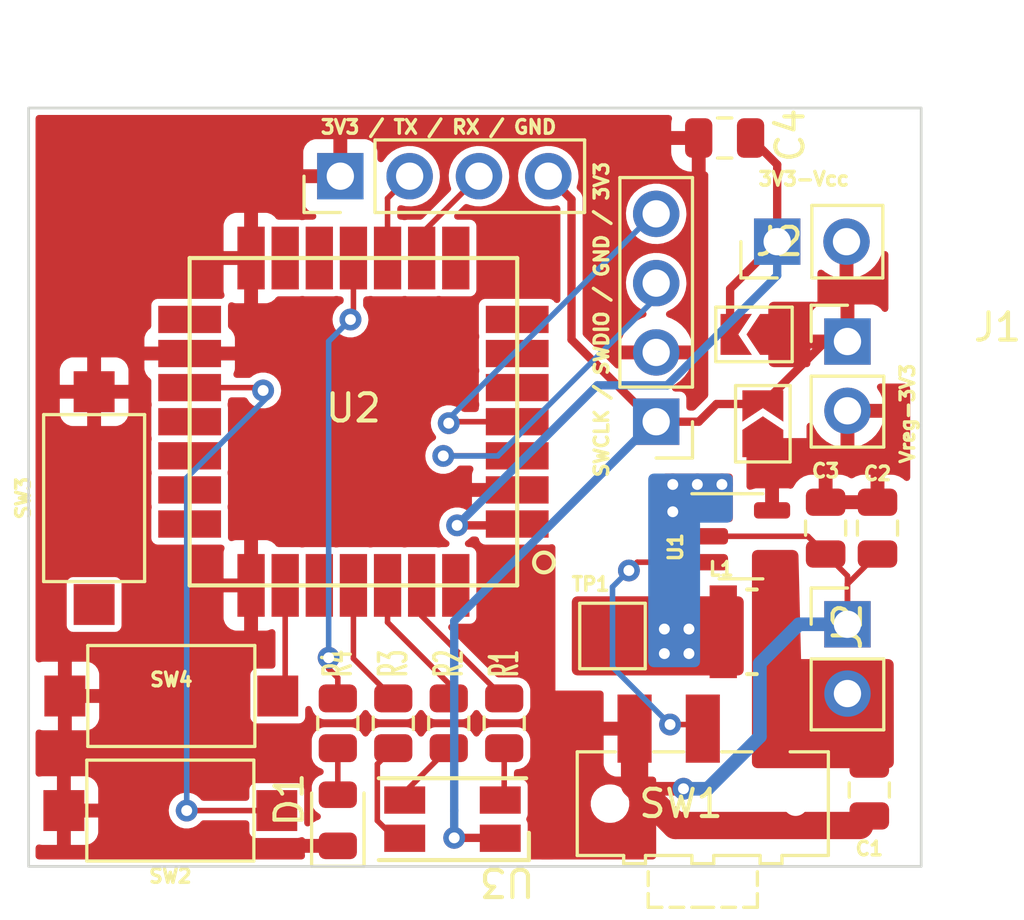
<source format=kicad_pcb>
(kicad_pcb (version 20211014) (generator pcbnew)
  (layers (0 "F.Cu" signal) (31 "B.Cu" signal) (34 "B.Paste" user) (35 "F.Paste" user) (36 "B.SilkS" user "B.Silkscreen") (37 "F.SilkS" user "F.Silkscreen") (38 "B.Mask" user) (39 "F.Mask" user) (44 "Edge.Cuts" user))
  (net 0 "")
  (net 1 "+3V3")
  (net 2 "+BATT")
  (net 3 "/vreg_lx")
  (net 4 "/vreg_en")
  (net 5 "/vreg_out")
  (net 6 "GND")
  (net 7 "Vcc")
  (net 8 "TX{slash}PB6")
  (net 9 "RX{slash}PB7")
  (net 10 "SWDIO{slash}PA13")
  (net 11 "SWCLK{slash}PA14")
  (net 12 "PB15{slash}SCL")
  (net 13 "PA15{slash}SDA")
  (net 15 "LED_STATUS")
  (net 20 "RST")
  (net 21 "RFIO")
  (net 25 "LED_B")
  (net 26 "BOOT{slash}PB13")
  (net 27 "PA0{slash}BUTTON")
  (net 28 "LED_G")
  (net 29 "LED_R")
  (net 31 "Net-(D1-Pad2)")
  (net 32 "Net-(R3-Pad2)")
  (net 33 "Net-(R1-Pad2)")
  (net 34 "Net-(R2-Pad2)")
  (footprint "LED_SMD:LED_0805_2012Metric" (layer "F.Cu") (at 158.736 112.756 90)
    (fp_text reference "D1" (at 0.762 -1.778 90) (layer "F.SilkS"))
    (fp_text value "LED")
    (fp_line (start 1 -0.96) (end -1.685 -0.96) (layer "F.SilkS") (width 0.12))
    (fp_line (start -1.685 0.96) (end 1 0.96) (layer "F.SilkS") (width 0.12))
    (fp_line (start -1.685 -0.96) (end -1.685 0.96) (layer "F.SilkS") (width 0.12))
    (pad "1" smd roundrect (at -0.9375 0 90) (size 0.975 1.4) (layers "F.Cu" "F.Paste" "F.Mask") (net 6 "GND"))
    (pad "2" smd roundrect (at 0.9375 0 90) (size 0.975 1.4) (layers "F.Cu" "F.Paste" "F.Mask") (net 31 "Net-(D1-Pad2)"))
  )
  (footprint "LoRa-E5:LoRa-E5" (layer "F.Cu") (at 159.308 98.146 180)
    (fp_text reference "U2" (at 0 0.5) (layer "F.SilkS"))
    (fp_text value "LoRa-E5")
    (fp_line (start -6 -6) (end 6 -6) (layer "F.SilkS") (width 0.15))
    (fp_line (start -6 6) (end -6 -6) (layer "F.SilkS") (width 0.15))
    (fp_line (start 6 6) (end -6 6) (layer "F.SilkS") (width 0.15))
    (fp_line (start 6 -6) (end 6 6) (layer "F.SilkS") (width 0.15))
    (fp_circle (center -6.98 -5.16) (end -6.66 -4.99) (layer "F.SilkS") (width 0.15) (fill none))
    (pad "1" smd rect locked (at -6 -3.75 270) (size 1 2.3) (layers "F.Cu" "F.Paste" "F.Mask") (net 7 "Vcc"))
    (pad "2" smd rect locked (at -6 -2.5 270) (size 1 2.3) (layers "F.Cu" "F.Paste" "F.Mask") (net 6 "GND"))
    (pad "3" smd rect locked (at -6 -1.25 270) (size 1 2.3) (layers "F.Cu" "F.Paste" "F.Mask") (net 10 "SWDIO{slash}PA13"))
    (pad "4" smd rect locked (at -6 0 270) (size 1 2.3) (layers "F.Cu" "F.Paste" "F.Mask") (net 11 "SWCLK{slash}PA14"))
    (pad "5" smd rect locked (at -6 1.25 270) (size 1 2.3) (layers "F.Cu" "F.Paste" "F.Mask") (net 12 "PB15{slash}SCL"))
    (pad "6" smd rect locked (at -6 2.5 270) (size 1 2.3) (layers "F.Cu" "F.Paste" "F.Mask") (net 13 "PA15{slash}SDA"))
    (pad "7" smd rect locked (at -6 3.75 270) (size 1 2.3) (layers "F.Cu" "F.Paste" "F.Mask"))
    (pad "8" smd rect locked (at -3.75 6) (size 1 2.3) (layers "F.Cu" "F.Paste" "F.Mask"))
    (pad "9" smd rect locked (at -2.5 6) (size 1 2.3) (layers "F.Cu" "F.Paste" "F.Mask") (net 9 "RX{slash}PB7"))
    (pad "10" smd rect locked (at -1.25 6) (size 1 2.3) (layers "F.Cu" "F.Paste" "F.Mask") (net 8 "TX{slash}PB6"))
    (pad "11" smd rect locked (at 0 6) (size 1 2.3) (layers "F.Cu" "F.Paste" "F.Mask") (net 15 "LED_STATUS"))
    (pad "12" smd rect locked (at 1.25 6) (size 1 2.3) (layers "F.Cu" "F.Paste" "F.Mask"))
    (pad "13" smd rect locked (at 2.5 6) (size 1 2.3) (layers "F.Cu" "F.Paste" "F.Mask"))
    (pad "14" smd rect locked (at 3.75 6) (size 1 2.3) (layers "F.Cu" "F.Paste" "F.Mask") (net 6 "GND"))
    (pad "15" smd rect locked (at 6 3.75 90) (size 1 2.3) (layers "F.Cu" "F.Paste" "F.Mask") (net 21 "RFIO"))
    (pad "16" smd rect locked (at 6 2.5 90) (size 1 2.3) (layers "F.Cu" "F.Paste" "F.Mask") (net 6 "GND"))
    (pad "17" smd rect locked (at 6 1.25 90) (size 1 2.3) (layers "F.Cu" "F.Paste" "F.Mask") (net 20 "RST"))
    (pad "18" smd rect locked (at 6 0 90) (size 1 2.3) (layers "F.Cu" "F.Paste" "F.Mask"))
    (pad "19" smd rect locked (at 6 -1.25 90) (size 1 2.3) (layers "F.Cu" "F.Paste" "F.Mask"))
    (pad "20" smd rect locked (at 6 -2.5 90) (size 1 2.3) (layers "F.Cu" "F.Paste" "F.Mask"))
    (pad "21" smd rect locked (at 6 -3.75 90) (size 1 2.3) (layers "F.Cu" "F.Paste" "F.Mask"))
    (pad "22" smd rect locked (at 3.75 -6 180) (size 1 2.3) (layers "F.Cu" "F.Paste" "F.Mask") (net 6 "GND"))
    (pad "23" smd rect locked (at 2.5 -6 180) (size 1 2.3) (layers "F.Cu" "F.Paste" "F.Mask") (net 27 "PA0{slash}BUTTON"))
    (pad "24" smd rect locked (at 1.25 -6 180) (size 1 2.3) (layers "F.Cu" "F.Paste" "F.Mask") (net 26 "BOOT{slash}PB13"))
    (pad "25" smd rect locked (at 0 -6 180) (size 1 2.3) (layers "F.Cu" "F.Paste" "F.Mask") (net 25 "LED_B"))
    (pad "26" smd rect locked (at -1.25 -6 180) (size 1 2.3) (layers "F.Cu" "F.Paste" "F.Mask") (net 28 "LED_G"))
    (pad "27" smd rect locked (at -2.5 -6 180) (size 1 2.3) (layers "F.Cu" "F.Paste" "F.Mask") (net 29 "LED_R"))
    (pad "28" smd rect locked (at -3.75 -6 180) (size 1 2.3) (layers "F.Cu" "F.Paste" "F.Mask"))
  )
  (footprint "Connector_PinHeader_2.54mm:PinHeader_1x02_P2.54mm_Vertical" (layer "F.Cu") (at 177.408 105.571)
    (fp_text reference "J2" (at 0 0.075 90) (layer "F.SilkS"))
    (fp_text value "CPU_jmp")
    (fp_line (start 1.33 1.27) (end 1.33 3.87) (layer "F.SilkS") (width 0.12))
    (fp_line (start -1.33 1.27) (end 1.33 1.27) (layer "F.SilkS") (width 0.12))
    (fp_line (start -1.33 -1.33) (end 0 -1.33) (layer "F.SilkS") (width 0.12))
    (fp_line (start -1.33 1.27) (end -1.33 3.87) (layer "F.SilkS") (width 0.12))
    (fp_line (start -1.33 3.87) (end 1.33 3.87) (layer "F.SilkS") (width 0.12))
    (fp_line (start -1.33 0) (end -1.33 -1.33) (layer "F.SilkS") (width 0.12))
    (pad "1" thru_hole rect (at 0 0) (size 1.7 1.7) (drill 1) (layers *.Cu *.Mask) (net 6 "GND"))
    (pad "2" thru_hole oval (at 0 2.54) (size 1.7 1.7) (drill 1) (layers *.Cu *.Mask) (net 2 "+BATT"))
  )
  (footprint "TDK_VLS3012HBX:TDK-VLS3012HBX-0-0-MFG" (layer "F.Cu") (at 173.908 105.846 180)
    (fp_text reference "L1" (at 0.6 2.3) (layer "F.SilkS") (effects (font (size 0.5 0.5) (thickness 0.125)) (justify right)))
    (fp_text value "2.2uH" hide)
    (fp_line (start -0.175 1.55) (end 0.175 1.55) (layer "F.SilkS") (width 0.15))
    (fp_line (start -0.175 -1.55) (end 0.175 -1.55) (layer "F.SilkS") (width 0.15))
    (pad "1" smd rect (at -1.05 0 180) (size 1 3.4) (layers "F.Cu" "F.Paste" "F.Mask") (net 2 "+BATT"))
    (pad "2" smd rect (at 1.05 0 180) (size 1 3.4) (layers "F.Cu" "F.Paste" "F.Mask") (net 3 "/vreg_lx"))
  )
  (footprint "Resistor_SMD:R_0805_2012Metric" (layer "F.Cu") (at 164.832 109.2 -90)
    (fp_text reference "R1" (at -2.1875 0 90) (layer "F.SilkS") (effects (font (size 1 0.5) (thickness 0.125))))
    (fp_text value "R_Small_US")
    (fp_line (start -0.227064 -0.735) (end 0.227064 -0.735) (layer "F.SilkS") (width 0.12))
    (fp_line (start -0.227064 0.735) (end 0.227064 0.735) (layer "F.SilkS") (width 0.12))
    (pad "1" smd roundrect (at -0.9125 0 270) (size 1.025 1.4) (layers "F.Cu" "F.Paste" "F.Mask") (roundrect_rratio 0.243902) (net 29 "LED_R"))
    (pad "2" smd roundrect (at 0.9125 0 270) (size 1.025 1.4) (layers "F.Cu" "F.Paste" "F.Mask") (roundrect_rratio 0.243902) (net 33 "Net-(R1-Pad2)"))
  )
  (footprint "Capacitor_SMD:C_0805_2012Metric" (layer "F.Cu") (at 178.208 111.646 -90)
    (fp_text reference "C1" (at 2.15 0) (layer "F.SilkS") (effects (font (size 0.5 0.5) (thickness 0.125))))
    (fp_text value "10u")
    (fp_line (start -0.261252 0.735) (end 0.261252 0.735) (layer "F.SilkS") (width 0.12))
    (fp_line (start -0.261252 -0.735) (end 0.261252 -0.735) (layer "F.SilkS") (width 0.12))
    (pad "1" smd roundrect (at -0.95 0 270) (size 1 1.45) (layers "F.Cu" "F.Paste" "F.Mask") (net 2 "+BATT"))
    (pad "2" smd roundrect (at 0.95 0 270) (size 1 1.45) (layers "F.Cu" "F.Paste" "F.Mask") (net 6 "GND"))
  )
  (footprint "Connector_PinHeader_2.54mm:PinHeader_1x02_P2.54mm_Vertical" (layer "F.Cu") (at 177.408 95.206)
    (fp_text reference "J1" (at 5.5 -0.525) (layer "F.SilkS"))
    (fp_text value "Pwr_jmp")
    (fp_line (start -1.33 1.27) (end -1.33 3.87) (layer "F.SilkS") (width 0.12))
    (fp_line (start 1.33 1.27) (end 1.33 3.87) (layer "F.SilkS") (width 0.12))
    (fp_line (start -1.33 0) (end -1.33 -1.33) (layer "F.SilkS") (width 0.12))
    (fp_line (start -1.33 3.87) (end 1.33 3.87) (layer "F.SilkS") (width 0.12))
    (fp_line (start -1.33 1.27) (end 1.33 1.27) (layer "F.SilkS") (width 0.12))
    (fp_line (start -1.33 -1.33) (end 0 -1.33) (layer "F.SilkS") (width 0.12))
    (pad "1" thru_hole rect (at 0 0) (size 1.7 1.7) (drill 1) (layers *.Cu *.Mask) (net 1 "+3V3"))
    (pad "2" thru_hole oval (at 0 2.54) (size 1.7 1.7) (drill 1) (layers *.Cu *.Mask) (net 5 "/vreg_out"))
  )
  (footprint "Button_Switch_SMD:SW_SPST_CK_RS282G05A3" (layer "F.Cu") (at 149.808 100.946 90)
    (fp_text reference "SW3" (at 0 -2.6 90) (layer "F.SilkS") (effects (font (size 0.5 0.5) (thickness 0.125))))
    (fp_text value "SW_SPST")
    (fp_line (start 3.06 -1.85) (end 3.06 1.85) (layer "F.SilkS") (width 0.12))
    (fp_line (start -3.06 -1.85) (end 3.06 -1.85) (layer "F.SilkS") (width 0.12))
    (fp_line (start -3.06 1.85) (end -3.06 -1.85) (layer "F.SilkS") (width 0.12))
    (fp_line (start 3.06 1.85) (end -3.06 1.85) (layer "F.SilkS") (width 0.12))
    (pad "1" smd rect (at -3.9 0 90) (size 1.5 1.5) (layers "F.Cu" "F.Paste" "F.Mask") (net 26 "BOOT{slash}PB13"))
    (pad "2" smd rect (at 3.9 0 90) (size 1.5 1.5) (layers "F.Cu" "F.Paste" "F.Mask") (net 6 "GND"))
  )
  (footprint "Capacitor_SMD:C_0805_2012Metric" (layer "F.Cu") (at 172.908 87.746 180)
    (fp_text reference "C4" (at -2.4 0.1 90) (layer "F.SilkS"))
    (fp_text value "C_Small")
    (fp_line (start -0.261252 0.735) (end 0.261252 0.735) (layer "F.SilkS") (width 0.12))
    (fp_line (start -0.261252 -0.735) (end 0.261252 -0.735) (layer "F.SilkS") (width 0.12))
    (pad "1" smd roundrect (at -0.95 0 180) (size 1 1.45) (layers "F.Cu" "F.Paste" "F.Mask") (net 7 "Vcc"))
    (pad "2" smd roundrect (at 0.95 0 180) (size 1 1.45) (layers "F.Cu" "F.Paste" "F.Mask") (net 6 "GND"))
  )
  (footprint "Connector_PinHeader_2.54mm:PinHeader_1x04_P2.54mm_Vertical" (layer "F.Cu") (at 158.828 89.146 90)
    (fp_text reference "3V3 / TX / RX / GND" (at 1.8 3.6) (layer "F.SilkS") (effects (font (size 0.5 0.5) (thickness 0.125))))
    (fp_text value "Serial Header")
    (fp_line (start -1.33 8.95) (end 1.33 8.95) (layer "F.SilkS") (width 0.12))
    (fp_line (start -1.33 -1.33) (end 0 -1.33) (layer "F.SilkS") (width 0.12))
    (fp_line (start 1.33 1.27) (end 1.33 8.95) (layer "F.SilkS") (width 0.12))
    (fp_line (start -1.33 1.27) (end -1.33 8.95) (layer "F.SilkS") (width 0.12))
    (fp_line (start -1.33 1.27) (end 1.33 1.27) (layer "F.SilkS") (width 0.12))
    (fp_line (start -1.33 0) (end -1.33 -1.33) (layer "F.SilkS") (width 0.12))
    (pad "1" thru_hole rect (at 0 0 90) (size 1.7 1.7) (drill 1) (layers *.Cu *.Mask) (net 6 "GND"))
    (pad "2" thru_hole oval (at 0 2.54 90) (size 1.7 1.7) (drill 1) (layers *.Cu *.Mask) (net 8 "TX{slash}PB6"))
    (pad "3" thru_hole oval (at 0 5.08 90) (size 1.7 1.7) (drill 1) (layers *.Cu *.Mask) (net 9 "RX{slash}PB7"))
    (pad "4" thru_hole oval (at 0 7.62 90) (size 1.7 1.7) (drill 1) (layers *.Cu *.Mask) (net 1 "+3V3"))
  )
  (footprint "Resistor_SMD:R_0805_2012Metric" (layer "F.Cu") (at 160.768 109.2 -90)
    (fp_text reference "R3" (at -2.1875 0 90) (layer "F.SilkS") (effects (font (size 1 0.5) (thickness 0.125))))
    (fp_text value "R_Small_US")
    (fp_line (start -0.227064 0.735) (end 0.227064 0.735) (layer "F.SilkS") (width 0.12))
    (fp_line (start -0.227064 -0.735) (end 0.227064 -0.735) (layer "F.SilkS") (width 0.12))
    (pad "1" smd roundrect (at -0.9125 0 270) (size 1.025 1.4) (layers "F.Cu" "F.Paste" "F.Mask") (roundrect_rratio 0.243902) (net 25 "LED_B"))
    (pad "2" smd roundrect (at 0.9125 0 270) (size 1.025 1.4) (layers "F.Cu" "F.Paste" "F.Mask") (roundrect_rratio 0.243902) (net 32 "Net-(R3-Pad2)"))
  )
  (footprint "Jumper:SolderJumper-2_P1.3mm_Open_TrianglePad1.0x1.5mm" (layer "F.Cu") (at 174.308 98.221 90)
    (fp_text reference "Vreg-3V3" (at 0.375 5.3 270) (layer "F.SilkS") (effects (font (size 0.5 0.5) (thickness 0.125))))
    (fp_text value "Pwr_jmp")
    (fp_line (start 1.4 1) (end -1.4 1) (layer "F.SilkS") (width 0.12))
    (fp_line (start 1.4 -1) (end 1.4 1) (layer "F.SilkS") (width 0.12))
    (fp_line (start -1.4 1) (end -1.4 -1) (layer "F.SilkS") (width 0.12))
    (fp_line (start -1.4 -1) (end 1.4 -1) (layer "F.SilkS") (width 0.12))
    (pad "1" smd custom (at -0.725 0 90) (size 0.3 0.3) (layers "F.Cu" "F.Mask") (net 5 "/vreg_out") (options (clearance outline) (anchor rect)) (primitives (gr_poly (pts (xy 1 0) (xy 0.5 0.75) (xy -0.5 0.75) (xy -0.5 -0.75) (xy 0.5 -0.75)) (width 0) (fill yes))))
    (pad "2" smd custom (at 0.725 0 90) (size 0.3 0.3) (layers "F.Cu" "F.Mask") (net 1 "+3V3") (options (clearance outline) (anchor rect)) (primitives (gr_poly (pts (xy 0.5 0.75) (xy -0.65 0.75) (xy -0.15 0) (xy -0.65 -0.75) (xy 0.5 -0.75)) (width 0) (fill yes))))
  )
  (footprint "RGB_LED:IN-S128TATRGB" (layer "F.Cu") (at 165.8875 114.3647 180)
    (fp_text reference "U3" (at -0.1524 -0.6604 180 unlocked) (layer "F.SilkS") (effects (justify left)))
    (fp_text value "IN-S128TATRGB")
    (fp_line (start 5.65 0.15) (end 0.15 0.15) (layer "F.SilkS") (width 0.15))
    (fp_line (start 0.15 1.15) (end 0.15 0.15) (layer "F.SilkS") (width 0.15))
    (fp_line (start 5.65 3.15) (end 0.25 3.15) (layer "F.SilkS") (width 0.15))
    (pad "1" smd rect (at 1.2 0.95) (size 1.5 1) (layers "F.Cu" "F.Paste" "F.Mask") (net 1 "+3V3"))
    (pad "2" smd rect (at 4.7 0.95) (size 1.5 1) (layers "F.Cu" "F.Paste" "F.Mask") (net 32 "Net-(R3-Pad2)"))
    (pad "3" smd rect (at 1.2 2.35) (size 1.5 1) (layers "F.Cu" "F.Paste" "F.Mask") (net 33 "Net-(R1-Pad2)"))
    (pad "4" smd rect (at 4.7 2.35) (size 1.5 1) (layers "F.Cu" "F.Paste" "F.Mask") (net 34 "Net-(R2-Pad2)"))
  )
  (footprint "Button_Switch_SMD:SW_SPDT_CK-JS102011SAQN" (layer "F.Cu") (at 172.108 112.146)
    (fp_text reference "SW1" (at -0.8 0) (layer "F.SilkS"))
    (fp_text value "SW_SPDT")
    (fp_line (start 3.2 -1.9) (end 4.6 -1.9) (layer "F.SilkS") (width 0.12))
    (fp_line (start 0.7 -1.9) (end 0.7 -1.9) (layer "F.SilkS") (width 0.12))
    (fp_line (start -2.9 1.9) (end -4.6 1.9) (layer "F.SilkS") (width 0.12))
    (fp_line (start 4.6 -1.9) (end 4.6 1.9) (layer "F.SilkS") (width 0.12))
    (fp_line (start -0.4 3.8) (end -0.4 3.8) (layer "F.SilkS") (width 0.12))
    (fp_line (start -0.4 2.2) (end -0.4 1.9) (layer "F.SilkS") (width 0.12))
    (fp_line (start 0.7 3.8) (end 0.7 3.8) (layer "F.SilkS") (width 0.12))
    (fp_line (start -0.7 3.8) (end -0.7 3.8) (layer "F.SilkS") (width 0.12))
    (fp_line (start 1.5 3.8) (end 1.5 3.8) (layer "F.SilkS") (width 0.12))
    (fp_line (start 2 2.5) (end 2 2.5) (layer "F.SilkS") (width 0.12))
    (fp_line (start -2.1 2.2) (end -2.9 2.2) (layer "F.SilkS") (width 0.12))
    (fp_line (start 2.9 2.2) (end 2.1 2.2) (layer "F.SilkS") (width 0.12))
    (fp_line (start 2 3) (end 2 2.5) (layer "F.SilkS") (width 0.12))
    (fp_line (start -4.6 1.9) (end -4.6 -1.9) (layer "F.SilkS") (width 0.12))
    (fp_line (start 1.8 -1.9) (end 0.7 -1.9) (layer "F.SilkS") (width 0.12))
    (fp_line (start 2 3.3) (end 2 3.3) (layer "F.SilkS") (width 0.12))
    (fp_line (start 2.1 2.2) (end 2.1 1.9) (layer "F.SilkS") (width 0.12))
    (fp_line (start 1.2 3.8) (end 0.7 3.8) (layer "F.SilkS") (width 0.12))
    (fp_line (start 2.1 1.9) (end 0.4 1.9) (layer "F.SilkS") (width 0.12))
    (fp_line (start 0.4 1.9) (end 0.4 2.2) (layer "F.SilkS") (width 0.12))
    (fp_line (start -2 3.3) (end -2 3.3) (layer "F.SilkS") (width 0.12))
    (fp_line (start 2 3.8) (end 1.5 3.8) (layer "F.SilkS") (width 0.12))
    (fp_line (start -1.5 3.8) (end -1.5 3.8) (layer "F.SilkS") (width 0.12))
    (fp_line (start -2.1 1.9) (end -2.1 2.2) (layer "F.SilkS") (width 0.12))
    (fp_line (start -1.2 3.8) (end -0.7 3.8) (layer "F.SilkS") (width 0.12))
    (fp_line (start -4.6 -1.9) (end -3.2 -1.9) (layer "F.SilkS") (width 0.12))
    (fp_line (start -2 3.8) (end -2 3.3) (layer "F.SilkS") (width 0.12))
    (fp_line (start 0.4 2.2) (end -0.4 2.2) (layer "F.SilkS") (width 0.12))
    (fp_line (start -2 3.8) (end -1.5 3.8) (layer "F.SilkS") (width 0.12))
    (fp_line (start 2 3.8) (end 2 3.3) (layer "F.SilkS") (width 0.12))
    (fp_line (start -2.9 2.2) (end -2.9 1.9) (layer "F.SilkS") (width 0.12))
    (fp_line (start -0.4 1.9) (end -2.1 1.9) (layer "F.SilkS") (width 0.12))
    (fp_line (start -4.6 1.9) (end -4.6 1.9) (layer "F.SilkS") (width 0.12))
    (fp_line (start 4.6 1.9) (end 2.9 1.9) (layer "F.SilkS") (width 0.12))
    (fp_line (start -1.8 -1.9) (end -1.8 -1.9) (layer "F.SilkS") (width 0.12))
    (fp_line (start -0.7 -1.9) (end -1.8 -1.9) (layer "F.SilkS") (width 0.12))
    (fp_line (start -2 2.5) (end -2 2.5) (layer "F.SilkS") (width 0.12))
    (fp_line (start 0.4 3.8) (end -0.4 3.8) (layer "F.SilkS") (width 0.12))
    (fp_line (start 2.9 1.9) (end 2.9 2.2) (layer "F.SilkS") (width 0.12))
    (fp_line (start -2 3) (end -2 2.5) (layer "F.SilkS") (width 0.12))
    (pad "" np_thru_hole circle (at -3.4 0) (size 0.9 0.9) (drill 0.9) (layers *.Cu *.Mask))
    (pad "" np_thru_hole circle (at 3.4 0) (size 0.9 0.9) (drill 0.9) (layers *.Cu *.Mask) (net 6 "GND"))
    (pad "1" smd rect (at -2.5 -2.75) (size 1.25 2.5) (layers "F.Cu" "F.Paste" "F.Mask") (net 6 "GND"))
    (pad "2" smd rect (at 0 -2.75) (size 1.25 2.5) (layers "F.Cu" "F.Paste" "F.Mask") (net 4 "/vreg_en"))
    (pad "3" smd rect (at 2.5 -2.75) (size 1.25 2.5) (layers "F.Cu" "F.Paste" "F.Mask") (net 2 "+BATT"))
  )
  (footprint "Resistor_SMD:R_0805_2012Metric" (layer "F.Cu") (at 158.736 109.2 -90)
    (fp_text reference "R4" (at -2.1875 0 90) (layer "F.SilkS") (effects (font (size 1 0.5) (thickness 0.125))))
    (fp_text value "R_Small_US")
    (fp_line (start -0.227064 -0.735) (end 0.227064 -0.735) (layer "F.SilkS") (width 0.12))
    (fp_line (start -0.227064 0.735) (end 0.227064 0.735) (layer "F.SilkS") (width 0.12))
    (pad "1" smd roundrect (at -0.9125 0 270) (size 1.025 1.4) (layers "F.Cu" "F.Paste" "F.Mask") (roundrect_rratio 0.243902) (net 15 "LED_STATUS"))
    (pad "2" smd roundrect (at 0.9125 0 270) (size 1.025 1.4) (layers "F.Cu" "F.Paste" "F.Mask") (roundrect_rratio 0.243902) (net 31 "Net-(D1-Pad2)"))
  )
  (footprint "Capacitor_SMD:C_0805_2012Metric" (layer "F.Cu") (at 178.508 102.046 -90)
    (fp_text reference "C2" (at -2 0) (layer "F.SilkS") (effects (font (size 0.5 0.5) (thickness 0.125))))
    (fp_text value "10u")
    (fp_line (start -0.261252 0.735) (end 0.261252 0.735) (layer "F.SilkS") (width 0.12))
    (fp_line (start -0.261252 -0.735) (end 0.261252 -0.735) (layer "F.SilkS") (width 0.12))
    (pad "1" smd roundrect (at -0.95 0 270) (size 1 1.45) (layers "F.Cu" "F.Paste" "F.Mask") (net 5 "/vreg_out"))
    (pad "2" smd roundrect (at 0.95 0 270) (size 1 1.45) (layers "F.Cu" "F.Paste" "F.Mask") (net 6 "GND"))
  )
  (footprint "Resistor_SMD:R_0805_2012Metric" (layer "F.Cu") (at 162.8 109.2 -90)
    (fp_text reference "R2" (at -2.1875 0 90) (layer "F.SilkS") (effects (font (size 1 0.5) (thickness 0.125))))
    (fp_text value "R_Small_US")
    (fp_line (start -0.227064 -0.735) (end 0.227064 -0.735) (layer "F.SilkS") (width 0.12))
    (fp_line (start -0.227064 0.735) (end 0.227064 0.735) (layer "F.SilkS") (width 0.12))
    (pad "1" smd roundrect (at -0.9125 0 270) (size 1.025 1.4) (layers "F.Cu" "F.Paste" "F.Mask") (roundrect_rratio 0.243902) (net 28 "LED_G"))
    (pad "2" smd roundrect (at 0.9125 0 270) (size 1.025 1.4) (layers "F.Cu" "F.Paste" "F.Mask") (roundrect_rratio 0.243902) (net 34 "Net-(R2-Pad2)"))
  )
  (footprint "Jumper:SolderJumper-2_P1.3mm_Open_TrianglePad1.0x1.5mm" (layer "F.Cu") (at 173.983 94.946 180)
    (fp_text reference "3V3-Vcc" (at -1.825 5.7) (layer "F.SilkS") (effects (font (size 0.5 0.5) (thickness 0.125))))
    (fp_text value "CPU_jmp")
    (fp_line (start 1.4 -1) (end 1.4 1) (layer "F.SilkS") (width 0.12))
    (fp_line (start -1.4 1) (end -1.4 -1) (layer "F.SilkS") (width 0.12))
    (fp_line (start -1.4 -1) (end 1.4 -1) (layer "F.SilkS") (width 0.12))
    (fp_line (start 1.4 1) (end -1.4 1) (layer "F.SilkS") (width 0.12))
    (pad "1" smd custom (at -0.725 0 180) (size 0.3 0.3) (layers "F.Cu" "F.Mask") (net 1 "+3V3") (options (clearance outline) (anchor rect)) (primitives (gr_poly (pts (xy 1 0) (xy 0.5 0.75) (xy -0.5 0.75) (xy -0.5 -0.75) (xy 0.5 -0.75)) (width 0) (fill yes))))
    (pad "2" smd custom (at 0.725 0 180) (size 0.3 0.3) (layers "F.Cu" "F.Mask") (net 7 "Vcc") (options (clearance outline) (anchor rect)) (primitives (gr_poly (pts (xy 0.5 0.75) (xy -0.65 0.75) (xy -0.15 0) (xy -0.65 -0.75) (xy 0.5 -0.75)) (width 0) (fill yes))))
  )
  (footprint "Button_Switch_SMD:SW_SPST_CK_RS282G05A3" (layer "F.Cu") (at 152.6 112.4 180)
    (fp_text reference "SW2" (at 0 -2.4) (layer "F.SilkS") (effects (font (size 0.5 0.5) (thickness 0.125))))
    (fp_text value "SW_SPST")
    (fp_line (start 3.06 1.85) (end -3.06 1.85) (layer "F.SilkS") (width 0.12))
    (fp_line (start -3.06 1.85) (end -3.06 -1.85) (layer "F.SilkS") (width 0.12))
    (fp_line (start -3.06 -1.85) (end 3.06 -1.85) (layer "F.SilkS") (width 0.12))
    (fp_line (start 3.06 -1.85) (end 3.06 1.85) (layer "F.SilkS") (width 0.12))
    (pad "1" smd rect (at -3.9 0 180) (size 1.5 1.5) (layers "F.Cu" "F.Paste" "F.Mask") (net 20 "RST"))
    (pad "2" smd rect (at 3.9 0 180) (size 1.5 1.5) (layers "F.Cu" "F.Paste" "F.Mask") (net 6 "GND"))
  )
  (footprint "Button_Switch_SMD:SW_SPST_CK_RS282G05A3" (layer "F.Cu") (at 152.636 108.2 180)
    (fp_text reference "SW4" (at 0 0.6) (layer "F.SilkS") (effects (font (size 0.5 0.5) (thickness 0.125))))
    (fp_text value "SW_SPST")
    (fp_line (start 3.06 -1.85) (end 3.06 1.85) (layer "F.SilkS") (width 0.12))
    (fp_line (start -3.06 1.85) (end -3.06 -1.85) (layer "F.SilkS") (width 0.12))
    (fp_line (start 3.06 1.85) (end -3.06 1.85) (layer "F.SilkS") (width 0.12))
    (fp_line (start -3.06 -1.85) (end 3.06 -1.85) (layer "F.SilkS") (width 0.12))
    (pad "1" smd rect (at -3.9 0 180) (size 1.5 1.5) (layers "F.Cu" "F.Paste" "F.Mask") (net 27 "PA0{slash}BUTTON"))
    (pad "2" smd rect (at 3.9 0 180) (size 1.5 1.5) (layers "F.Cu" "F.Paste" "F.Mask") (net 6 "GND"))
  )
  (footprint "TestPoint:TestPoint_Pad_2.0x2.0mm" (layer "F.Cu") (at 168.8 106)
    (fp_text reference "TP1" (at -0.8 -1.9) (layer "F.SilkS") (effects (font (size 0.5 0.5) (thickness 0.125))))
    (fp_text value "vreg_lx")
    (fp_line (start 1.2 1.2) (end -1.2 1.2) (layer "F.SilkS") (width 0.12))
    (fp_line (start -1.2 1.2) (end -1.2 -1.2) (layer "F.SilkS") (width 0.12))
    (fp_line (start -1.2 -1.2) (end 1.2 -1.2) (layer "F.SilkS") (width 0.12))
    (fp_line (start 1.2 -1.2) (end 1.2 1.2) (layer "F.SilkS") (width 0.12))
    (pad "1" smd rect (at 0 0) (size 2 2) (layers "F.Cu" "F.Mask") (net 3 "/vreg_lx"))
  )
  (footprint "Package_TO_SOT_SMD:SOT-23-5" (layer "F.Cu") (at 173.508 102.346)
    (fp_text reference "U1" (at -2.4 0.4 90) (layer "F.SilkS") (effects (font (size 0.5 0.5) (thickness 0.125))))
    (fp_text value "RP402N331F")
    (fp_line (start 0 -1.56) (end -1.8 -1.56) (layer "F.SilkS") (width 0.12))
    (fp_line (start 0 1.56) (end 0.8 1.56) (layer "F.SilkS") (width 0.12))
    (fp_line (start 0 -1.56) (end 0.8 -1.56) (layer "F.SilkS") (width 0.12))
    (fp_line (start 0 1.56) (end -0.8 1.56) (layer "F.SilkS") (width 0.12))
    (pad "1" smd roundrect (at -1.1375 -0.95) (size 1.325 0.6) (layers "F.Cu" "F.Paste" "F.Mask") (net 3 "/vreg_lx"))
    (pad "2" smd roundrect (at -1.1375 0) (size 1.325 0.6) (layers "F.Cu" "F.Paste" "F.Mask") (net 6 "GND"))
    (pad "3" smd roundrect (at -1.1375 0.95) (size 1.325 0.6) (layers "F.Cu" "F.Paste" "F.Mask") (net 4 "/vreg_en"))
    (pad "4" smd roundrect (at 1.1375 0.95) (size 1.325 0.6) (layers "F.Cu" "F.Paste" "F.Mask") (net 2 "+BATT"))
    (pad "5" smd roundrect (at 1.1375 -0.95) (size 1.325 0.6) (layers "F.Cu" "F.Paste" "F.Mask") (net 5 "/vreg_out"))
  )
  (footprint "Capacitor_SMD:C_0805_2012Metric" (layer "F.Cu") (at 176.608 102.046 -90)
    (fp_text reference "C3" (at -2.1 0) (layer "F.SilkS") (effects (font (size 0.5 0.5) (thickness 0.125))))
    (fp_text value "10u")
    (fp_line (start -0.261252 -0.735) (end 0.261252 -0.735) (layer "F.SilkS") (width 0.12))
    (fp_line (start -0.261252 0.735) (end 0.261252 0.735) (layer "F.SilkS") (width 0.12))
    (pad "1" smd roundrect (at -0.95 0 270) (size 1 1.45) (layers "F.Cu" "F.Paste" "F.Mask") (net 5 "/vreg_out"))
    (pad "2" smd roundrect (at 0.95 0 270) (size 1 1.45) (layers "F.Cu" "F.Paste" "F.Mask") (net 6 "GND"))
  )
  (footprint "Connector_PinHeader_2.54mm:PinHeader_1x04_P2.54mm_Vertical" (layer "F.Cu") (at 170.4 98.146 180)
    (fp_text reference "SWCLK / SWDIO / GND / 3V3" (at 2 3.746 90) (layer "F.SilkS") (effects (font (size 0.5 0.5) (thickness 0.125))))
    (fp_text value "Programming Header")
    (fp_line (start -1.33 -1.33) (end 0 -1.33) (layer "F.SilkS") (width 0.12))
    (fp_line (start -1.33 8.95) (end 1.33 8.95) (layer "F.SilkS") (width 0.12))
    (fp_line (start 1.33 1.27) (end 1.33 8.95) (layer "F.SilkS") (width 0.12))
    (fp_line (start -1.33 1.27) (end 1.33 1.27) (layer "F.SilkS") (width 0.12))
    (fp_line (start -1.33 1.27) (end -1.33 8.95) (layer "F.SilkS") (width 0.12))
    (fp_line (start -1.33 0) (end -1.33 -1.33) (layer "F.SilkS") (width 0.12))
    (pad "1" thru_hole rect (at 0 0 180) (size 1.7 1.7) (drill 1) (layers *.Cu *.Mask) (net 1 "+3V3"))
    (pad "2" thru_hole oval (at 0 2.54 180) (size 1.7 1.7) (drill 1) (layers *.Cu *.Mask) (net 6 "GND"))
    (pad "3" thru_hole oval (at 0 5.08 180) (size 1.7 1.7) (drill 1) (layers *.Cu *.Mask) (net 10 "SWDIO{slash}PA13"))
    (pad "4" thru_hole oval (at 0 7.62 180) (size 1.7 1.7) (drill 1) (layers *.Cu *.Mask) (net 11 "SWCLK{slash}PA14"))
  )
  (footprint "Connector_PinHeader_2.54mm:PinHeader_1x02_P2.54mm_Vertical" (layer "F.Cu") (at 174.833 91.546 90)
    (fp_text reference "J2" (at 0 0.075) (layer "F.SilkS"))
    (fp_text value "CPU_jmp")
    (fp_line (start -1.33 -1.33) (end 0 -1.33) (layer "F.SilkS") (width 0.12))
    (fp_line (start -1.33 1.27) (end -1.33 3.87) (layer "F.SilkS") (width 0.12))
    (fp_line (start 1.33 1.27) (end 1.33 3.87) (layer "F.SilkS") (width 0.12))
    (fp_line (start -1.33 0) (end -1.33 -1.33) (layer "F.SilkS") (width 0.12))
    (fp_line (start -1.33 3.87) (end 1.33 3.87) (layer "F.SilkS") (width 0.12))
    (fp_line (start -1.33 1.27) (end 1.33 1.27) (layer "F.SilkS") (width 0.12))
    (pad "1" thru_hole rect (at 0 0 90) (size 1.7 1.7) (drill 1) (layers *.Cu *.Mask) (net 7 "Vcc"))
    (pad "2" thru_hole oval (at 0 2.54 90) (size 1.7 1.7) (drill 1) (layers *.Cu *.Mask) (net 1 "+3V3"))
  )
  (gr_rect (start 147.408 114.446) (end 180.108 86.646) (layer "Edge.Cuts") (width 0.1) (fill none))
  (segment (start 177.408 95.206) (end 174.968 95.206) (width 0.3048) (layer "F.Cu") (net 1))
  (segment (start 167.298 89.996) (end 167.298 95.136) (width 0.3048) (layer "F.Cu") (net 1))
  (segment (start 177.408 91.581) (end 177.373 91.546) (width 0.3048) (layer "F.Cu") (net 1))
  (segment (start 170.308 98.146) (end 171.960214 98.146) (width 0.3048) (layer "F.Cu") (net 1))
  (segment (start 166.448 89.146) (end 167.298 89.996) (width 0.3048) (layer "F.Cu") (net 1))
  (segment (start 176.598 95.206) (end 177.408 95.206) (width 0.3048) (layer "F.Cu") (net 1))
  (segment (start 174.968 95.206) (end 174.708 94.946) (width 0.3048) (layer "F.Cu") (net 1))
  (segment (start 163 113.4) (end 164.6728 113.4) (width 0.3048) (layer "F.Cu") (net 1))
  (segment (start 172.610214 97.496) (end 174.308 97.496) (width 0.3048) (layer "F.Cu") (net 1))
  (segment (start 177.408 95.206) (end 177.408 91.581) (width 0.3048) (layer "F.Cu") (net 1))
  (segment (start 167.298 95.136) (end 170.308 98.146) (width 0.3048) (layer "F.Cu") (net 1))
  (segment (start 174.308 97.496) (end 176.598 95.206) (width 0.3048) (layer "F.Cu") (net 1))
  (segment (start 164.6728 113.4) (end 164.6875 113.4147) (width 0.3048) (layer "F.Cu") (net 1))
  (segment (start 171.960214 98.146) (end 172.610214 97.496) (width 0.3048) (layer "F.Cu") (net 1))
  (via (at 163 113.4) (size 0.8) (drill 0.4) (layers "F.Cu" "B.Cu") (net 1))
  (segment (start 163 105.454) (end 163 112.4) (width 0.3048) (layer "B.Cu") (net 1))
  (segment (start 163 112.4) (end 163 113.4) (width 0.3048) (layer "B.Cu") (net 1))
  (segment (start 170.308 98.146) (end 163 105.454) (width 0.3048) (layer "B.Cu") (net 1))
  (via (at 170.7 105.746) (size 0.8) (drill 0.4) (layers "F.Cu" "B.Cu") (net 3))
  (via (at 171.6 106.646) (size 0.8) (drill 0.4) (layers "F.Cu" "B.Cu") (net 3))
  (via (at 171.6 105.746) (size 0.8) (drill 0.4) (layers "F.Cu" "B.Cu") (net 3))
  (via (at 172.808 100.446) (size 0.8) (drill 0.4) (layers "F.Cu" "B.Cu") (net 3))
  (via (at 170.7 106.646) (size 0.8) (drill 0.4) (layers "F.Cu" "B.Cu") (net 3))
  (via (at 171.908 100.446) (size 0.8) (drill 0.4) (layers "F.Cu" "B.Cu") (net 3))
  (via (at 171.008 100.446) (size 0.8) (drill 0.4) (layers "F.Cu" "B.Cu") (net 3))
  (via (at 171.008 101.446) (size 0.8) (drill 0.4) (layers "F.Cu" "B.Cu") (net 3))
  (segment (start 169.4 103.6) (end 169.704 103.296) (width 0.2032) (layer "F.Cu") (net 4))
  (segment (start 169.704 103.296) (end 172.3705 103.296) (width 0.2032) (layer "F.Cu") (net 4))
  (segment (start 170.908 109.246) (end 171.958 109.246) (width 0.2032) (layer "F.Cu") (net 4))
  (segment (start 171.958 109.246) (end 172.108 109.396) (width 0.2032) (layer "F.Cu") (net 4))
  (via (at 169.4 103.6) (size 0.8) (drill 0.4) (layers "F.Cu" "B.Cu") (net 4))
  (via (at 170.908 109.246) (size 0.8) (drill 0.4) (layers "F.Cu" "B.Cu") (net 4))
  (segment (start 168.8 107.138) (end 170.908 109.246) (width 0.2032) (layer "B.Cu") (net 4))
  (segment (start 168.8 104.2) (end 168.8 107.138) (width 0.2032) (layer "B.Cu") (net 4))
  (segment (start 169.4 103.6) (end 168.8 104.2) (width 0.2032) (layer "B.Cu") (net 4))
  (segment (start 169.981 111.819) (end 170.2 111.6) (width 0.2032) (layer "F.Cu") (net 6))
  (segment (start 177.856879 112.947121) (end 178.208 112.596) (width 0.2032) (layer "F.Cu") (net 6))
  (segment (start 176.608 102.996) (end 177.408 103.796) (width 0.2032) (layer "F.Cu") (net 6))
  (segment (start 176.608 102.996) (end 175.958 102.346) (width 0.2032) (layer "F.Cu") (net 6))
  (segment (start 169.608 111.446) (end 169.981 111.819) (width 1) (layer "F.Cu") (net 6))
  (segment (start 171.109121 112.947121) (end 177.856879 112.947121) (width 1) (layer "F.Cu") (net 6))
  (segment (start 169.981 111.819) (end 171.109121 112.947121) (width 1) (layer "F.Cu") (net 6))
  (segment (start 177.408 103.796) (end 177.408 105.571) (width 0.2032) (layer "F.Cu") (net 6))
  (segment (start 178.508 102.996) (end 177.408 104.096) (width 0.2032) (layer "F.Cu") (net 6))
  (segment (start 170.2 111.6) (end 171.4 111.6) (width 0.5) (layer "F.Cu") (net 6))
  (segment (start 177.408 104.096) (end 177.408 105.571) (width 0.2032) (layer "F.Cu") (net 6))
  (segment (start 175.958 102.346) (end 172.3705 102.346) (width 0.2032) (layer "F.Cu") (net 6))
  (segment (start 169.608 109.396) (end 169.608 111.446) (width 1) (layer "F.Cu") (net 6))
  (via (at 171.4 111.6) (size 0.8) (drill 0.4) (layers "F.Cu" "B.Cu") (net 6))
  (segment (start 174.2 107) (end 174.2 109.686557) (width 0.5) (layer "B.Cu") (net 6))
  (segment (start 174.2 109.686557) (end 172.286557 111.6) (width 0.5) (layer "B.Cu") (net 6))
  (segment (start 172.286557 111.6) (end 171.4 111.6) (width 0.5) (layer "B.Cu") (net 6))
  (segment (start 174.2 107) (end 175.629 105.571) (width 0.5) (layer "B.Cu") (net 6))
  (segment (start 175.629 105.571) (end 177.408 105.571) (width 0.5) (layer "B.Cu") (net 6))
  (segment (start 165.258 101.946) (end 165.308 101.896) (width 0.3048) (layer "F.Cu") (net 7))
  (segment (start 174.833 88.721) (end 174.833 91.546) (width 0.3048) (layer "F.Cu") (net 7))
  (segment (start 173.858 87.746) (end 174.833 88.721) (width 0.3048) (layer "F.Cu") (net 7))
  (segment (start 173.258 94.946) (end 173.108 94.946) (width 0.3048) (layer "F.Cu") (net 7))
  (segment (start 173.108 94.946) (end 173.108 93.271) (width 0.3048) (layer "F.Cu") (net 7))
  (segment (start 173.108 93.271) (end 174.833 91.546) (width 0.3048) (layer "F.Cu") (net 7))
  (segment (start 163.108 101.946) (end 165.258 101.946) (width 0.3048) (layer "F.Cu") (net 7))
  (via (at 163.108 101.946) (size 0.8) (drill 0.4) (layers "F.Cu" "B.Cu") (net 7))
  (segment (start 168.242889 96.811111) (end 163.308 101.746) (width 0.3048) (layer "B.Cu") (net 7))
  (segment (start 174.833 91.546) (end 174.833 92.785285) (width 0.3048) (layer "B.Cu") (net 7))
  (segment (start 163.308 101.746) (end 163.108 101.946) (width 0.3048) (layer "B.Cu") (net 7))
  (segment (start 174.833 92.785285) (end 170.807174 96.811111) (width 0.3048) (layer "B.Cu") (net 7))
  (segment (start 170.807174 96.811111) (end 168.242889 96.811111) (width 0.3048) (layer "B.Cu") (net 7))
  (segment (start 160.558 89.956) (end 161.368 89.146) (width 0.2032) (layer "F.Cu") (net 8))
  (segment (start 160.558 92.146) (end 160.558 89.956) (width 0.2032) (layer "F.Cu") (net 8))
  (segment (start 161.808 91.246) (end 163.908 89.146) (width 0.2032) (layer "F.Cu") (net 9))
  (segment (start 161.808 92.146) (end 161.808 91.246) (width 0.2032) (layer "F.Cu") (net 9))
  (segment (start 165.308 99.396) (end 162.604 99.396) (width 0.2032) (layer "F.Cu") (net 10))
  (segment (start 162.604 99.396) (end 162.6 99.4) (width 0.2032) (layer "F.Cu") (net 10))
  (via (at 162.6 99.4) (size 0.8) (drill 0.4) (layers "F.Cu" "B.Cu") (net 10))
  (segment (start 170.308 93.066) (end 170.308 93.692) (width 0.2032) (layer "B.Cu") (net 10))
  (segment (start 164.6 99.4) (end 162.6 99.4) (width 0.2032) (layer "B.Cu") (net 10))
  (segment (start 170.308 93.692) (end 164.6 99.4) (width 0.2032) (layer "B.Cu") (net 10))
  (segment (start 165.308 98.146) (end 162.854 98.146) (width 0.2032) (layer "F.Cu") (net 11))
  (segment (start 162.854 98.146) (end 162.8 98.2) (width 0.2032) (layer "F.Cu") (net 11))
  (via (at 162.8 98.2) (size 0.8) (drill 0.4) (layers "F.Cu" "B.Cu") (net 11))
  (segment (start 170.308 90.526) (end 162.8 98.034) (width 0.2032) (layer "B.Cu") (net 11))
  (segment (start 162.8 98.034) (end 162.8 98.2) (width 0.2032) (layer "B.Cu") (net 11))
  (segment (start 159.308 92.146) (end 159.308 94.292) (width 0.2032) (layer "F.Cu") (net 15))
  (segment (start 159.308 94.292) (end 159.2 94.4) (width 0.2032) (layer "F.Cu") (net 15))
  (segment (start 158.736 107.536) (end 158.4 107.2) (width 0.2032) (layer "F.Cu") (net 15))
  (segment (start 158.4 107.2) (end 158.4 106.8) (width 0.2032) (layer "F.Cu") (net 15))
  (segment (start 158.736 108.2875) (end 158.736 107.536) (width 0.2032) (layer "F.Cu") (net 15))
  (via (at 159.2 94.4) (size 0.8) (drill 0.4) (layers "F.Cu" "B.Cu") (net 15))
  (via (at 158.4 106.8) (size 0.8) (drill 0.4) (layers "F.Cu" "B.Cu") (net 15))
  (segment (start 158.4 106.8) (end 158.4 95.2) (width 0.2032) (layer "B.Cu") (net 15))
  (segment (start 158.4 95.2) (end 159.2 94.4) (width 0.2032) (layer "B.Cu") (net 15))
  (segment (start 156.5 112.4) (end 153.2 112.4) (width 0.2032) (layer "F.Cu") (net 20))
  (segment (start 156 97) (end 155.896 96.896) (width 0.2032) (layer "F.Cu") (net 20))
  (segment (start 155.896 96.896) (end 153.308 96.896) (width 0.2032) (layer "F.Cu") (net 20))
  (via (at 153.2 112.4) (size 0.8) (drill 0.4) (layers "F.Cu" "B.Cu") (net 20))
  (via (at 156 97) (size 0.8) (drill 0.4) (layers "F.Cu" "B.Cu") (net 20))
  (segment (start 153.2 100.2) (end 156.2 97.2) (width 0.2032) (layer "B.Cu") (net 20))
  (segment (start 156.2 97.2) (end 156 97) (width 0.2032) (layer "B.Cu") (net 20))
  (segment (start 153.2 112.4) (end 153.2 100.2) (width 0.2032) (layer "B.Cu") (net 20))
  (segment (start 159.308 106.8275) (end 160.768 108.2875) (width 0.2032) (layer "F.Cu") (net 25))
  (segment (start 159.308 104.146) (end 159.308 106.8275) (width 0.2032) (layer "F.Cu") (net 25))
  (segment (start 156.536 108.2) (end 156.4 108.2) (width 0.2032) (layer "F.Cu") (net 27))
  (segment (start 156.4 108.2) (end 156.808 107.792) (width 0.2032) (layer "F.Cu") (net 27))
  (segment (start 156.808 107.792) (end 156.808 104.146) (width 0.2032) (layer "F.Cu") (net 27))
  (segment (start 160.558 104.146) (end 160.558 105.4992) (width 0.2032) (layer "F.Cu") (net 28))
  (segment (start 160.558 105.4992) (end 162.8 107.7412) (width 0.2032) (layer "F.Cu") (net 28))
  (segment (start 162.8 107.7412) (end 162.8 108.2875) (width 0.2032) (layer "F.Cu") (net 28))
  (segment (start 161.808 105.2635) (end 161.808 104.146) (width 0.2032) (layer "F.Cu") (net 29))
  (segment (start 164.832 108.2875) (end 161.808 105.2635) (width 0.2032) (layer "F.Cu") (net 29))
  (segment (start 158.736 111.8185) (end 158.736 110.1125) (width 0.2032) (layer "F.Cu") (net 31))
  (segment (start 160.183989 112.768211) (end 160.183989 110.696511) (width 0.2032) (layer "F.Cu") (net 32))
  (segment (start 160.830478 113.4147) (end 160.183989 112.768211) (width 0.2032) (layer "F.Cu") (net 32))
  (segment (start 160.183989 110.696511) (end 160.768 110.1125) (width 0.2032) (layer "F.Cu") (net 32))
  (segment (start 161.1875 113.4147) (end 160.830478 113.4147) (width 0.2032) (layer "F.Cu") (net 32))
  (segment (start 164.832 111.6952) (end 164.4956 112.0316) (width 0.2032) (layer "F.Cu") (net 33))
  (segment (start 164.832 110.1125) (end 164.832 111.6952) (width 0.2032) (layer "F.Cu") (net 33))
  (segment (start 161.1875 112.0147) (end 161.1875 111.725) (width 0.2032) (layer "F.Cu") (net 34))
  (segment (start 162.8 110.1125) (end 162.8 110.2272) (width 0.2032) (layer "F.Cu") (net 34))
  (segment (start 161.1875 111.725) (end 162.8 110.1125) (width 0.2032) (layer "F.Cu") (net 34))
  (zone (net 1) (net_name "+3V3") (layer "F.Cu") (connect_pads (clearance 0.254)) (min_thickness 0.254) (fill yes (thermal_gap 0.508) (thermal_bridge_width 0.508) (smoothing fillet) (radius 0.2))
    (polygon (pts (xy 178.908 96.146) (xy 174.508 96.146) (xy 174.508 93.746) (xy 176.308 93.746) (xy 176.308 90.346) (xy 178.908 90.346)))
  )
  (zone (net 3) (net_name "/vreg_lx") (layer "F.Cu") (connect_pads yes (clearance 0.254)) (min_thickness 0.254) (fill yes (thermal_gap 0.508) (thermal_bridge_width 0.508))
    (polygon (pts (xy 173.208 101.846) (xy 170.608 101.846) (xy 170.608 100.046) (xy 173.208 100.046)))
  )
  (zone (net 6) (net_name "GND") (layer "F.Cu") (connect_pads (clearance 0.254)) (min_thickness 0.254) (fill yes (thermal_gap 0.508) (thermal_bridge_width 0.508) (smoothing fillet) (radius 0.2))
    (polygon (pts (xy 170.4 114.4) (xy 166.2 114.4) (xy 166.2 108) (xy 170.4 108)))
  )
  (zone (net 6) (net_name "GND") (layer "F.Cu") (connect_pads (clearance 0.254)) (min_thickness 0.254) (fill yes (thermal_gap 0.508) (thermal_bridge_width 0.508) (smoothing fillet) (radius 0.2))
    (polygon (pts (xy 172.308 99.746) (xy 166.708 99.746) (xy 166.708 114.4232) (xy 147.508 114.346) (xy 147.508 86.546) (xy 172.308 86.546)))
  )
  (zone (net 3) (net_name "/vreg_lx") (layer "F.Cu") (connect_pads yes (clearance 0.254)) (min_thickness 0.254) (fill yes (thermal_gap 0.508) (thermal_bridge_width 0.508) (smoothing fillet) (radius 0.2))
    (polygon (pts (xy 173.608 107.446) (xy 167.308 107.446) (xy 167.308 104.546) (xy 173.608 104.546)))
  )
  (zone (net 2) (net_name "+BATT") (layer "F.Cu") (connect_pads yes (clearance 0.254)) (min_thickness 0.254) (fill yes (thermal_gap 0.508) (thermal_bridge_width 0.508) (smoothing fillet) (radius 0.2))
    (polygon (pts (xy 175.708 106.846) (xy 179.102124 106.845827) (xy 179.108 110.846) (xy 173.908 110.846) (xy 173.908 102.846) (xy 175.608 102.846)))
  )
  (zone (net 5) (net_name "/vreg_out") (layer "F.Cu") (connect_pads (clearance 0.254)) (min_thickness 0.254) (fill yes (thermal_gap 0.508) (thermal_bridge_width 0.508) (smoothing fillet) (radius 0.2))
    (polygon (pts (xy 179.708 101.946) (xy 173.708 101.946) (xy 173.708 98.746) (xy 175.908 98.746) (xy 175.908 96.746) (xy 179.708 96.746)))
  )
  (zone (net 3) (net_name "/vreg_lx") (layer "B.Cu") (connect_pads yes (clearance 0.254)) (min_thickness 0.254) (fill yes (thermal_gap 0.508) (thermal_bridge_width 0.508) (smoothing fillet) (radius 0.2))
    (polygon (pts (xy 173.208 101.846) (xy 172.008 101.846) (xy 172.008 107.146) (xy 170.108 107.146) (xy 170.108 100.046) (xy 173.208 100.046)))
  )
)
</source>
